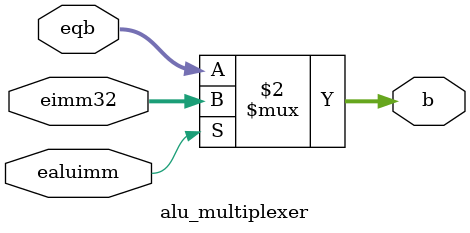
<source format=v>
`timescale 1ns / 1ps


module alu_multiplexer(
    input wire [31:0] eqb,
    input wire [31:0] eimm32,
    input wire ealuimm,
    output reg [31:0] b
    );
    always @ (*) begin
        b <= ealuimm ? eimm32 : eqb;
    end
endmodule

</source>
